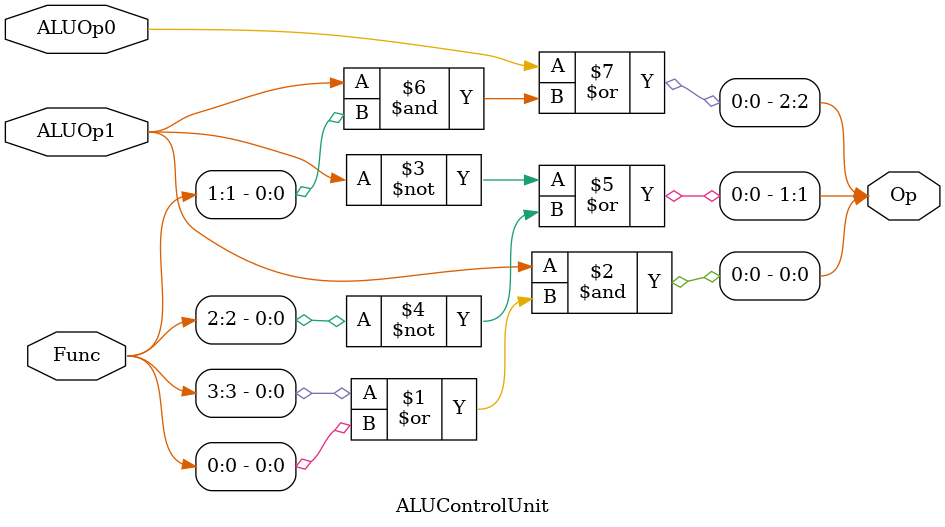
<source format=v>
module  ALUControlUnit(Op, Func, ALUOp0, ALUOp1);
  input [5:0] Func;
  input ALUOp0, ALUOp1;
  output  [2:0] Op;
  assign  Op[0] = ALUOp1 & (Func[3] | Func[0]);
  assign  Op[1] = (~ALUOp1) | (~Func[2]);
  assign  Op[2] = ALUOp0 | (ALUOp1 & Func[1]);
endmodule
</source>
